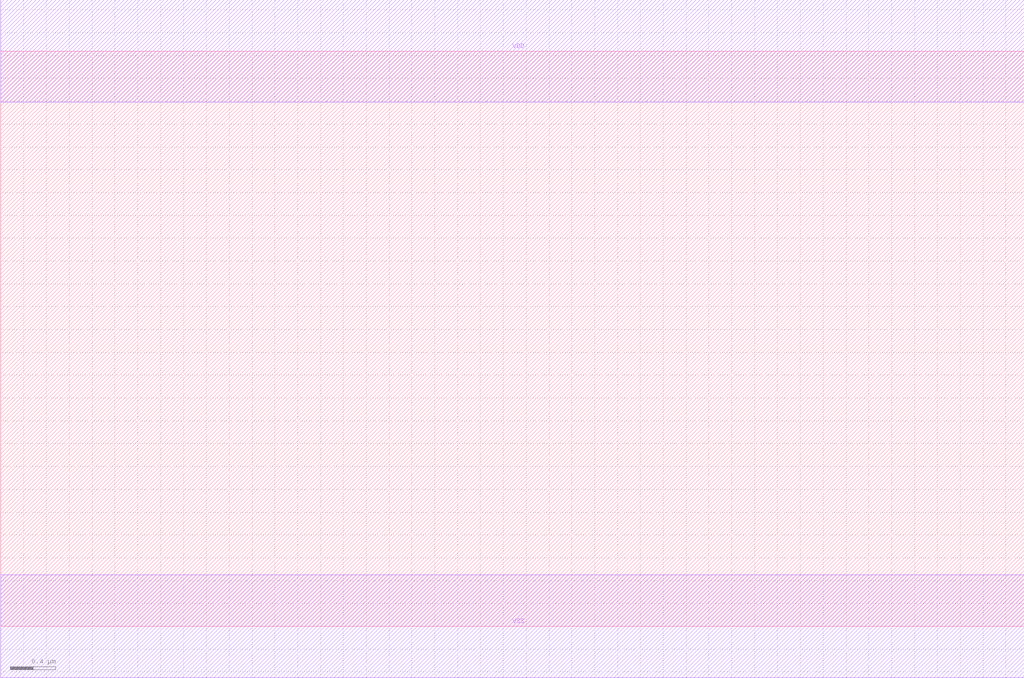
<source format=lef>
# Copyright 2022 GlobalFoundries PDK Authors
#
# Licensed under the Apache License, Version 2.0 (the "License");
# you may not use this file except in compliance with the License.
# You may obtain a copy of the License at
#
#      http://www.apache.org/licenses/LICENSE-2.0
#
# Unless required by applicable law or agreed to in writing, software
# distributed under the License is distributed on an "AS IS" BASIS,
# WITHOUT WARRANTIES OR CONDITIONS OF ANY KIND, either express or implied.
# See the License for the specific language governing permissions and
# limitations under the License.

MACRO gf180mcu_fd_sc_mcu9t5v0__fill_16
  CLASS core SPACER ;
  FOREIGN gf180mcu_fd_sc_mcu9t5v0__fill_16 0.0 0.0 ;
  ORIGIN 0 0 ;
  SYMMETRY X Y ;
  SITE GF018hv5v_green_sc9 ;
  SIZE 8.96 BY 5.04 ;
  PIN VDD
    DIRECTION INOUT ;
    USE power ;
    SHAPE ABUTMENT ;
    PORT
      LAYER METAL1 ;
        POLYGON 0 4.59 8.96 4.59 8.96 5.49 0 5.49  ;
    END
  END VDD
  PIN VSS
    DIRECTION INOUT ;
    USE ground ;
    SHAPE ABUTMENT ;
    PORT
      LAYER METAL1 ;
        POLYGON 0 -0.45 8.96 -0.45 8.96 0.45 0 0.45  ;
    END
  END VSS
END gf180mcu_fd_sc_mcu9t5v0__fill_16

</source>
